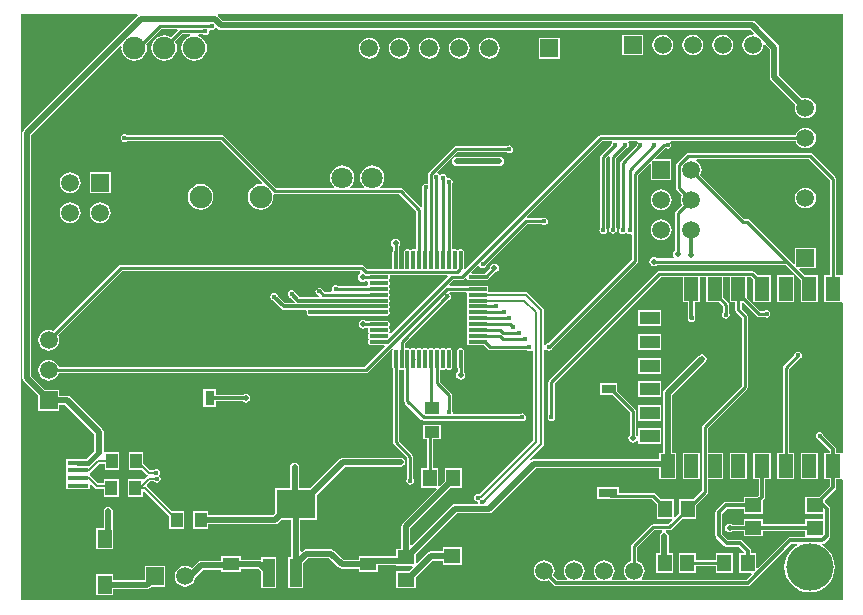
<source format=gtl>
G04*
G04 #@! TF.GenerationSoftware,Altium Limited,Altium Designer,18.1.6 (161)*
G04*
G04 Layer_Physical_Order=1*
G04 Layer_Color=255*
%FSLAX25Y25*%
%MOIN*%
G70*
G01*
G75*
%ADD14C,0.01000*%
%ADD18R,0.05512X0.04724*%
%ADD19R,0.05000X0.03937*%
%ADD20R,0.03937X0.05000*%
%ADD21R,0.04724X0.05512*%
%ADD22R,0.09843X0.05610*%
%ADD23R,0.06890X0.01575*%
%ADD24R,0.06299X0.03150*%
%ADD25R,0.04724X0.05906*%
%ADD26R,0.04724X0.03150*%
%ADD27R,0.04724X0.07874*%
%ADD28R,0.06693X0.04331*%
%ADD29R,0.05512X0.04331*%
%ADD30R,0.12992X0.09449*%
%ADD31R,0.03937X0.09449*%
G04:AMPARAMS|DCode=32|XSize=11.02mil|YSize=61.42mil|CornerRadius=2.76mil|HoleSize=0mil|Usage=FLASHONLY|Rotation=90.000|XOffset=0mil|YOffset=0mil|HoleType=Round|Shape=RoundedRectangle|*
%AMROUNDEDRECTD32*
21,1,0.01102,0.05591,0,0,90.0*
21,1,0.00551,0.06142,0,0,90.0*
1,1,0.00551,0.02795,0.00276*
1,1,0.00551,0.02795,-0.00276*
1,1,0.00551,-0.02795,-0.00276*
1,1,0.00551,-0.02795,0.00276*
%
%ADD32ROUNDEDRECTD32*%
G04:AMPARAMS|DCode=33|XSize=11.02mil|YSize=61.42mil|CornerRadius=2.76mil|HoleSize=0mil|Usage=FLASHONLY|Rotation=0.000|XOffset=0mil|YOffset=0mil|HoleType=Round|Shape=RoundedRectangle|*
%AMROUNDEDRECTD33*
21,1,0.01102,0.05591,0,0,0.0*
21,1,0.00551,0.06142,0,0,0.0*
1,1,0.00551,0.00276,-0.02795*
1,1,0.00551,-0.00276,-0.02795*
1,1,0.00551,-0.00276,0.02795*
1,1,0.00551,0.00276,0.02795*
%
%ADD33ROUNDEDRECTD33*%
%ADD34R,0.03150X0.04724*%
%ADD60C,0.02000*%
%ADD61C,0.00800*%
%ADD62C,0.01500*%
%ADD63C,0.01181*%
%ADD64O,0.09449X0.04724*%
%ADD65O,0.05748X0.02874*%
%ADD66C,0.05906*%
%ADD67R,0.05906X0.05906*%
%ADD68R,0.05906X0.05906*%
%ADD69C,0.07500*%
%ADD70C,0.07087*%
%ADD71R,0.07500X0.07500*%
%ADD72C,0.02000*%
%ADD73C,0.01500*%
%ADD74C,0.15748*%
G36*
X274824Y109288D02*
X274417Y109063D01*
X274324Y109063D01*
X272661D01*
Y141225D01*
X272583Y141615D01*
X272362Y141946D01*
X264770Y149538D01*
X264439Y149759D01*
X264049Y149836D01*
X223219D01*
X222829Y149759D01*
X222498Y149538D01*
X219598Y146638D01*
X219377Y146307D01*
X219299Y145917D01*
Y138232D01*
X219377Y137842D01*
X219598Y137511D01*
X221207Y135903D01*
X220908Y135181D01*
X220789Y134280D01*
X220908Y133378D01*
X221207Y132657D01*
X219097Y130547D01*
X218876Y130216D01*
X218799Y129826D01*
Y117394D01*
X218675Y117311D01*
X218344Y116815D01*
X218227Y116230D01*
X218344Y115644D01*
X218623Y115227D01*
X218534Y114927D01*
X218406Y114727D01*
X213064D01*
X213023Y114788D01*
X212526Y115120D01*
X211941Y115236D01*
X211356Y115120D01*
X210860Y114788D01*
X210528Y114292D01*
X210412Y113707D01*
X210528Y113122D01*
X210860Y112626D01*
X211356Y112294D01*
X211941Y112178D01*
X212526Y112294D01*
X213023Y112626D01*
X213064Y112687D01*
X255753D01*
X260819Y107621D01*
Y100189D01*
X266543D01*
Y109063D01*
X262261D01*
X260374Y110949D01*
X260566Y111411D01*
X265865D01*
Y118317D01*
X258959D01*
Y113018D01*
X258497Y112827D01*
X256896Y114428D01*
X243585Y127739D01*
X243254Y127960D01*
X242864Y128037D01*
X241956D01*
X227337Y142657D01*
X227636Y143378D01*
X227754Y144280D01*
X227636Y145181D01*
X227288Y146021D01*
X226734Y146742D01*
X226013Y147295D01*
X226009Y147297D01*
X226108Y147797D01*
X263627D01*
X270622Y140802D01*
Y109063D01*
X268693D01*
Y100189D01*
X274324D01*
X274417Y100189D01*
X274824Y99964D01*
Y50233D01*
X274417Y50008D01*
X274324Y50008D01*
X272667D01*
Y51145D01*
X272667Y51145D01*
X272582Y51570D01*
X272341Y51931D01*
X272341Y51931D01*
X268339Y55934D01*
X268316Y56050D01*
X268039Y56463D01*
X267626Y56739D01*
X267138Y56836D01*
X266651Y56739D01*
X266237Y56463D01*
X265961Y56050D01*
X265864Y55562D01*
X265961Y55074D01*
X266237Y54661D01*
X266651Y54384D01*
X266766Y54361D01*
X270443Y50684D01*
Y50008D01*
X268693D01*
Y41134D01*
X270443D01*
Y38864D01*
X266891Y35312D01*
X262346D01*
Y29587D01*
X268336D01*
Y27831D01*
X262346D01*
Y26081D01*
X248269D01*
Y27831D01*
X241757D01*
Y26021D01*
X238128D01*
X237677Y26322D01*
X237092Y26439D01*
X236507Y26322D01*
X236011Y25991D01*
X235679Y25495D01*
X235563Y24909D01*
X235679Y24324D01*
X236011Y23828D01*
X236507Y23496D01*
X237092Y23380D01*
X237677Y23496D01*
X238128Y23797D01*
X241757D01*
Y22107D01*
X248269D01*
Y23857D01*
X262346D01*
Y22107D01*
X261936Y21888D01*
X257346D01*
X257346Y21888D01*
X256921Y21803D01*
X256560Y21562D01*
X256560Y21562D01*
X246473Y11475D01*
X246011Y11666D01*
Y16494D01*
X244261D01*
Y17289D01*
X244176Y17715D01*
X243935Y18075D01*
X243935Y18075D01*
X241489Y20522D01*
X241128Y20763D01*
X240702Y20847D01*
X240702Y20847D01*
X236635D01*
X234568Y22914D01*
Y29638D01*
X236267Y31337D01*
X241757D01*
Y29587D01*
X248269D01*
Y34133D01*
X248719Y34583D01*
X248719Y34583D01*
X248960Y34944D01*
X249045Y35370D01*
X249045Y35370D01*
Y41134D01*
X250795D01*
Y50008D01*
X245071D01*
Y41134D01*
X246821D01*
Y35830D01*
X246303Y35312D01*
X241757D01*
Y33561D01*
X235807D01*
X235807Y33561D01*
X235381Y33477D01*
X235020Y33236D01*
X235020Y33236D01*
X232670Y30885D01*
X232429Y30525D01*
X232344Y30099D01*
X232344Y30099D01*
Y22454D01*
X232344Y22454D01*
X232429Y22028D01*
X232670Y21667D01*
X235388Y18949D01*
X235749Y18708D01*
X236174Y18624D01*
X240242D01*
X241871Y16994D01*
X241664Y16494D01*
X240287D01*
Y9983D01*
X244327D01*
X244519Y9521D01*
X242697Y7699D01*
X207917D01*
X207819Y7988D01*
X207782Y8198D01*
X208311Y8889D01*
X208659Y9729D01*
X208778Y10630D01*
X208659Y11531D01*
X208311Y12371D01*
X207758Y13092D01*
X207036Y13646D01*
X206315Y13945D01*
Y18419D01*
X211955Y24059D01*
X214518D01*
X214606Y23559D01*
X214209Y23293D01*
X213877Y22797D01*
X213761Y22212D01*
Y16506D01*
X212642D01*
Y9994D01*
X218366D01*
Y16506D01*
X216820D01*
Y22212D01*
X216703Y22797D01*
X216371Y23293D01*
X215974Y23559D01*
X216062Y24059D01*
X216961D01*
X217352Y24136D01*
X217682Y24357D01*
X221284Y27959D01*
X225960D01*
Y32635D01*
X229544Y36219D01*
X229765Y36549D01*
X229842Y36940D01*
Y41134D01*
X235047D01*
Y50008D01*
X229842D01*
Y58058D01*
X242850Y71066D01*
X243071Y71397D01*
X243149Y71787D01*
Y95468D01*
X243071Y95858D01*
X242850Y96189D01*
X241079Y97961D01*
Y99949D01*
X241579Y100090D01*
X246155Y95514D01*
X246485Y95293D01*
X246876Y95215D01*
X248690D01*
X248926Y95057D01*
X249414Y94960D01*
X249901Y95057D01*
X250315Y95333D01*
X250591Y95747D01*
X250688Y96235D01*
X250591Y96722D01*
X250315Y97136D01*
X249901Y97412D01*
X249414Y97509D01*
X248926Y97412D01*
X248690Y97254D01*
X247298D01*
X242921Y101631D01*
Y108543D01*
X244148D01*
X245071Y107621D01*
Y100189D01*
X250795D01*
Y109063D01*
X246513D01*
X245292Y110284D01*
X244961Y110505D01*
X244571Y110583D01*
X213661D01*
X213270Y110505D01*
X212940Y110284D01*
X177019Y74363D01*
X176798Y74032D01*
X176720Y73642D01*
Y62580D01*
X176562Y62344D01*
X176465Y61856D01*
X176562Y61369D01*
X176839Y60955D01*
X177252Y60679D01*
X177740Y60582D01*
X178228Y60679D01*
X178641Y60955D01*
X178917Y61369D01*
X179014Y61856D01*
X178917Y62344D01*
X178760Y62580D01*
Y73220D01*
X214083Y108543D01*
X221449D01*
Y100189D01*
X223199D01*
Y95003D01*
X223170Y94857D01*
X223267Y94369D01*
X223543Y93956D01*
X223957Y93679D01*
X224445Y93582D01*
X224932Y93679D01*
X225346Y93956D01*
X225622Y94369D01*
X225719Y94857D01*
X225622Y95345D01*
X225423Y95643D01*
Y100189D01*
X227173D01*
Y108543D01*
X229323D01*
Y100189D01*
X233605D01*
X234869Y98925D01*
Y96677D01*
X234711Y96441D01*
X234614Y95953D01*
X234711Y95465D01*
X234987Y95052D01*
X235401Y94775D01*
X235889Y94678D01*
X236376Y94775D01*
X236790Y95052D01*
X237066Y95465D01*
X237163Y95953D01*
X237066Y96441D01*
X236908Y96677D01*
Y99348D01*
X236831Y99738D01*
X236610Y100069D01*
X235047Y101631D01*
Y108543D01*
X237197D01*
Y100189D01*
X239039D01*
Y97538D01*
X239117Y97148D01*
X239338Y96817D01*
X241110Y95046D01*
Y72209D01*
X228102Y59201D01*
X227881Y58871D01*
X227803Y58480D01*
Y37362D01*
X224912Y34471D01*
X220236D01*
Y29794D01*
X218942Y28501D01*
X218480Y28692D01*
Y34471D01*
X214197D01*
X212438Y36230D01*
X212108Y36451D01*
X211717Y36528D01*
X200160D01*
Y38658D01*
X192861D01*
Y34509D01*
X197487D01*
X197585Y34489D01*
X211295D01*
X212755Y33029D01*
Y27959D01*
X217747D01*
X217938Y27497D01*
X216539Y26098D01*
X211532D01*
X211142Y26020D01*
X210811Y25799D01*
X204574Y19562D01*
X204353Y19231D01*
X204276Y18841D01*
Y13945D01*
X203554Y13646D01*
X202833Y13092D01*
X202279Y12371D01*
X201931Y11531D01*
X201813Y10630D01*
X201931Y9729D01*
X202279Y8889D01*
X202809Y8198D01*
X202772Y7988D01*
X202674Y7699D01*
X197917D01*
X197819Y7988D01*
X197782Y8198D01*
X198311Y8889D01*
X198659Y9729D01*
X198778Y10630D01*
X198659Y11531D01*
X198311Y12371D01*
X197758Y13092D01*
X197037Y13646D01*
X196197Y13994D01*
X195295Y14112D01*
X194394Y13994D01*
X193554Y13646D01*
X192833Y13092D01*
X192279Y12371D01*
X191931Y11531D01*
X191813Y10630D01*
X191931Y9729D01*
X192279Y8889D01*
X192809Y8198D01*
X192772Y7988D01*
X192674Y7699D01*
X187917D01*
X187819Y7988D01*
X187782Y8198D01*
X188311Y8889D01*
X188659Y9729D01*
X188778Y10630D01*
X188659Y11531D01*
X188311Y12371D01*
X187758Y13092D01*
X187037Y13646D01*
X186197Y13994D01*
X185295Y14112D01*
X184394Y13994D01*
X183554Y13646D01*
X182833Y13092D01*
X182279Y12371D01*
X181931Y11531D01*
X181813Y10630D01*
X181931Y9729D01*
X182279Y8889D01*
X182809Y8198D01*
X182772Y7988D01*
X182674Y7699D01*
X179799D01*
X178399Y9099D01*
X178659Y9729D01*
X178778Y10630D01*
X178659Y11531D01*
X178311Y12371D01*
X177758Y13092D01*
X177037Y13646D01*
X176197Y13994D01*
X175295Y14112D01*
X174394Y13994D01*
X173554Y13646D01*
X172833Y13092D01*
X172279Y12371D01*
X171931Y11531D01*
X171813Y10630D01*
X171931Y9729D01*
X172279Y8889D01*
X172833Y8167D01*
X173554Y7614D01*
X174394Y7266D01*
X175295Y7147D01*
X176197Y7266D01*
X176826Y7527D01*
X178552Y5800D01*
X178552Y5800D01*
X178913Y5559D01*
X179339Y5475D01*
X243157D01*
X243157Y5475D01*
X243583Y5559D01*
X243944Y5800D01*
X257807Y19664D01*
X259646D01*
X259771Y19164D01*
X259105Y18808D01*
X257830Y17761D01*
X256783Y16486D01*
X256006Y15031D01*
X255527Y13453D01*
X255365Y11811D01*
X255527Y10169D01*
X256006Y8591D01*
X256783Y7136D01*
X257830Y5861D01*
X259105Y4815D01*
X260559Y4037D01*
X262138Y3558D01*
X263779Y3396D01*
X265421Y3558D01*
X267000Y4037D01*
X268454Y4815D01*
X269729Y5861D01*
X270776Y7136D01*
X271553Y8591D01*
X272032Y10169D01*
X272194Y11811D01*
X272032Y13453D01*
X271553Y15031D01*
X270776Y16486D01*
X269729Y17761D01*
X268454Y18808D01*
X267869Y19121D01*
X267994Y19621D01*
X268025D01*
X268025Y19621D01*
X268451Y19705D01*
X268811Y19946D01*
X270234Y21369D01*
X270475Y21730D01*
X270560Y22155D01*
Y31304D01*
X270475Y31730D01*
X270234Y32091D01*
X270234Y32091D01*
X269089Y33236D01*
X268857Y33391D01*
Y34133D01*
X272341Y37617D01*
X272341Y37617D01*
X272582Y37978D01*
X272667Y38403D01*
Y41134D01*
X274324D01*
X274417Y41134D01*
X274824Y40909D01*
Y765D01*
X766D01*
Y196085D01*
X39665D01*
X39817Y195585D01*
X39733Y195529D01*
X1768Y157564D01*
X1436Y157067D01*
X1320Y156482D01*
Y74826D01*
X1436Y74241D01*
X1768Y73745D01*
X6724Y68789D01*
Y64046D01*
X13630D01*
Y65969D01*
X15701D01*
X25370Y56300D01*
Y50429D01*
X22910Y47969D01*
X16040D01*
Y45394D01*
Y42835D01*
Y40276D01*
Y37717D01*
X23930D01*
Y39247D01*
X24392Y39438D01*
X25675Y38155D01*
X25973Y37956D01*
X26324Y37886D01*
X28513D01*
Y35314D01*
X33450D01*
Y41314D01*
X28513D01*
Y39721D01*
X26704D01*
X24305Y42120D01*
X24007Y42319D01*
X23930Y42335D01*
Y43341D01*
X23981Y43352D01*
X24279Y43551D01*
X26936Y46207D01*
X28760D01*
Y44304D01*
X33697D01*
Y50304D01*
X28760D01*
X28429Y50667D01*
Y56934D01*
X28312Y57519D01*
X27981Y58015D01*
X17416Y68580D01*
X16919Y68912D01*
X16334Y69028D01*
X13630D01*
Y70952D01*
X8887D01*
X4378Y75460D01*
Y155849D01*
X33975Y185445D01*
X34449Y185212D01*
X34408Y184903D01*
X34554Y183794D01*
X34982Y182760D01*
X35664Y181872D01*
X36551Y181191D01*
X37585Y180763D01*
X38695Y180616D01*
X39804Y180763D01*
X40838Y181191D01*
X41726Y181872D01*
X42407Y182760D01*
X42835Y183794D01*
X42981Y184903D01*
X42835Y186013D01*
X42725Y186279D01*
X47797Y191351D01*
X52993D01*
X53201Y190851D01*
X50910Y188560D01*
X50838Y188616D01*
X49804Y189044D01*
X48695Y189190D01*
X47585Y189044D01*
X46551Y188616D01*
X45664Y187934D01*
X44982Y187046D01*
X44554Y186013D01*
X44408Y184903D01*
X44554Y183794D01*
X44982Y182760D01*
X45664Y181872D01*
X46551Y181191D01*
X47585Y180763D01*
X48695Y180616D01*
X49804Y180763D01*
X50838Y181191D01*
X51726Y181872D01*
X52407Y182760D01*
X52835Y183794D01*
X52981Y184903D01*
X52835Y186013D01*
X52407Y187046D01*
X52352Y187118D01*
X54671Y189437D01*
X57229D01*
X57328Y188937D01*
X56551Y188616D01*
X55664Y187934D01*
X54982Y187046D01*
X54554Y186013D01*
X54408Y184903D01*
X54554Y183794D01*
X54982Y182760D01*
X55664Y181872D01*
X56551Y181191D01*
X57585Y180763D01*
X58695Y180616D01*
X59804Y180763D01*
X60838Y181191D01*
X61726Y181872D01*
X62407Y182760D01*
X62835Y183794D01*
X62981Y184903D01*
X62835Y186013D01*
X62407Y187046D01*
X61726Y187934D01*
X60838Y188616D01*
X60061Y188937D01*
X60160Y189437D01*
X61598D01*
X61834Y189279D01*
X62322Y189182D01*
X62809Y189279D01*
X63223Y189556D01*
X63499Y189969D01*
X63596Y190457D01*
X63549Y190694D01*
X63962Y191020D01*
X64450Y190923D01*
X64937Y191020D01*
X65351Y191296D01*
X65531Y191567D01*
X66098Y191708D01*
X66505Y191300D01*
X67001Y190969D01*
X67586Y190852D01*
X244036D01*
X245079Y189809D01*
X244982Y189613D01*
X244815Y189366D01*
X243963Y189254D01*
X243123Y188906D01*
X242401Y188353D01*
X241848Y187632D01*
X241500Y186792D01*
X241381Y185890D01*
X241500Y184989D01*
X241848Y184149D01*
X242401Y183428D01*
X243123Y182874D01*
X243963Y182526D01*
X244864Y182408D01*
X245765Y182526D01*
X246605Y182874D01*
X247326Y183428D01*
X247880Y184149D01*
X248228Y184989D01*
X248340Y185841D01*
X248586Y186009D01*
X248783Y186106D01*
X250479Y184410D01*
Y175268D01*
X250595Y174683D01*
X250926Y174187D01*
X259136Y165977D01*
X259048Y165765D01*
X258929Y164864D01*
X259048Y163963D01*
X259396Y163123D01*
X259949Y162401D01*
X260671Y161848D01*
X261511Y161500D01*
X262412Y161381D01*
X263313Y161500D01*
X264153Y161848D01*
X264875Y162401D01*
X265428Y163123D01*
X265776Y163963D01*
X265895Y164864D01*
X265776Y165765D01*
X265428Y166605D01*
X264875Y167326D01*
X264153Y167880D01*
X263313Y168228D01*
X262412Y168347D01*
X261511Y168228D01*
X261299Y168140D01*
X253537Y175901D01*
Y185044D01*
X253421Y185629D01*
X253089Y186125D01*
X245751Y193463D01*
X245255Y193795D01*
X244670Y193911D01*
X68220D01*
X66602Y195529D01*
X66518Y195585D01*
X66669Y196085D01*
X274824D01*
Y109288D01*
D02*
G37*
%LPC*%
G36*
X208317Y189343D02*
X201411D01*
Y182438D01*
X208317D01*
Y189343D01*
D02*
G37*
G36*
X234864Y189373D02*
X233963Y189254D01*
X233123Y188906D01*
X232401Y188353D01*
X231848Y187632D01*
X231500Y186792D01*
X231381Y185890D01*
X231500Y184989D01*
X231848Y184149D01*
X232401Y183428D01*
X233123Y182874D01*
X233963Y182526D01*
X234864Y182408D01*
X235765Y182526D01*
X236605Y182874D01*
X237326Y183428D01*
X237880Y184149D01*
X238228Y184989D01*
X238346Y185890D01*
X238228Y186792D01*
X237880Y187632D01*
X237326Y188353D01*
X236605Y188906D01*
X235765Y189254D01*
X234864Y189373D01*
D02*
G37*
G36*
X224864D02*
X223963Y189254D01*
X223123Y188906D01*
X222401Y188353D01*
X221848Y187632D01*
X221500Y186792D01*
X221381Y185890D01*
X221500Y184989D01*
X221848Y184149D01*
X222401Y183428D01*
X223123Y182874D01*
X223963Y182526D01*
X224864Y182408D01*
X225765Y182526D01*
X226605Y182874D01*
X227326Y183428D01*
X227880Y184149D01*
X228228Y184989D01*
X228346Y185890D01*
X228228Y186792D01*
X227880Y187632D01*
X227326Y188353D01*
X226605Y188906D01*
X225765Y189254D01*
X224864Y189373D01*
D02*
G37*
G36*
X214864D02*
X213963Y189254D01*
X213123Y188906D01*
X212401Y188353D01*
X211848Y187632D01*
X211500Y186792D01*
X211381Y185890D01*
X211500Y184989D01*
X211848Y184149D01*
X212401Y183428D01*
X213123Y182874D01*
X213963Y182526D01*
X214864Y182408D01*
X215765Y182526D01*
X216605Y182874D01*
X217326Y183428D01*
X217880Y184149D01*
X218228Y184989D01*
X218346Y185890D01*
X218228Y186792D01*
X217880Y187632D01*
X217326Y188353D01*
X216605Y188906D01*
X215765Y189254D01*
X214864Y189373D01*
D02*
G37*
G36*
X180472Y188284D02*
X173567D01*
Y181378D01*
X180472D01*
Y188284D01*
D02*
G37*
G36*
X157020Y188313D02*
X156118Y188195D01*
X155278Y187847D01*
X154557Y187293D01*
X154004Y186572D01*
X153656Y185732D01*
X153537Y184831D01*
X153656Y183929D01*
X154004Y183089D01*
X154557Y182368D01*
X155278Y181815D01*
X156118Y181467D01*
X157020Y181348D01*
X157921Y181467D01*
X158761Y181815D01*
X159482Y182368D01*
X160036Y183089D01*
X160384Y183929D01*
X160502Y184831D01*
X160384Y185732D01*
X160036Y186572D01*
X159482Y187293D01*
X158761Y187847D01*
X157921Y188195D01*
X157020Y188313D01*
D02*
G37*
G36*
X147020D02*
X146118Y188195D01*
X145278Y187847D01*
X144557Y187293D01*
X144004Y186572D01*
X143656Y185732D01*
X143537Y184831D01*
X143656Y183929D01*
X144004Y183089D01*
X144557Y182368D01*
X145278Y181815D01*
X146118Y181467D01*
X147020Y181348D01*
X147921Y181467D01*
X148761Y181815D01*
X149482Y182368D01*
X150036Y183089D01*
X150384Y183929D01*
X150502Y184831D01*
X150384Y185732D01*
X150036Y186572D01*
X149482Y187293D01*
X148761Y187847D01*
X147921Y188195D01*
X147020Y188313D01*
D02*
G37*
G36*
X137020D02*
X136118Y188195D01*
X135278Y187847D01*
X134557Y187293D01*
X134004Y186572D01*
X133656Y185732D01*
X133537Y184831D01*
X133656Y183929D01*
X134004Y183089D01*
X134557Y182368D01*
X135278Y181815D01*
X136118Y181467D01*
X137020Y181348D01*
X137921Y181467D01*
X138761Y181815D01*
X139482Y182368D01*
X140036Y183089D01*
X140384Y183929D01*
X140502Y184831D01*
X140384Y185732D01*
X140036Y186572D01*
X139482Y187293D01*
X138761Y187847D01*
X137921Y188195D01*
X137020Y188313D01*
D02*
G37*
G36*
X127020D02*
X126118Y188195D01*
X125278Y187847D01*
X124557Y187293D01*
X124004Y186572D01*
X123656Y185732D01*
X123537Y184831D01*
X123656Y183929D01*
X124004Y183089D01*
X124557Y182368D01*
X125278Y181815D01*
X126118Y181467D01*
X127020Y181348D01*
X127921Y181467D01*
X128761Y181815D01*
X129482Y182368D01*
X130036Y183089D01*
X130384Y183929D01*
X130502Y184831D01*
X130384Y185732D01*
X130036Y186572D01*
X129482Y187293D01*
X128761Y187847D01*
X127921Y188195D01*
X127020Y188313D01*
D02*
G37*
G36*
X117020D02*
X116118Y188195D01*
X115278Y187847D01*
X114557Y187293D01*
X114004Y186572D01*
X113656Y185732D01*
X113537Y184831D01*
X113656Y183929D01*
X114004Y183089D01*
X114557Y182368D01*
X115278Y181815D01*
X116118Y181467D01*
X117020Y181348D01*
X117921Y181467D01*
X118761Y181815D01*
X119482Y182368D01*
X120036Y183089D01*
X120384Y183929D01*
X120502Y184831D01*
X120384Y185732D01*
X120036Y186572D01*
X119482Y187293D01*
X118761Y187847D01*
X117921Y188195D01*
X117020Y188313D01*
D02*
G37*
G36*
X262412Y158346D02*
X261511Y158228D01*
X260671Y157880D01*
X259949Y157326D01*
X259396Y156605D01*
X259097Y155884D01*
X194224D01*
X193834Y155806D01*
X193503Y155585D01*
X148967Y111049D01*
X148507Y111295D01*
X148527Y111398D01*
Y116988D01*
X148467Y117291D01*
X148295Y117547D01*
X148039Y117719D01*
X147736Y117779D01*
X147185D01*
X146882Y117719D01*
X146835Y117687D01*
X146476Y117588D01*
X146118Y117687D01*
X146070Y117719D01*
X145768Y117779D01*
X145217D01*
X145028Y117742D01*
X144663Y117943D01*
X144528Y118062D01*
Y139566D01*
X144686Y139803D01*
X144783Y140290D01*
X144686Y140778D01*
X144410Y141191D01*
X143996Y141468D01*
X143509Y141565D01*
X143307Y141525D01*
X142972Y141548D01*
X142764Y141888D01*
X142733Y142046D01*
X142456Y142459D01*
X142043Y142736D01*
X141555Y142833D01*
X141067Y142736D01*
X140916Y142634D01*
X140275Y142697D01*
X140230Y142725D01*
X139859Y142974D01*
X139830Y142979D01*
X139666Y143522D01*
X146358Y150214D01*
X162822D01*
X162822Y150214D01*
X163236Y149938D01*
X163724Y149841D01*
X164211Y149938D01*
X164625Y150214D01*
X164901Y150627D01*
X164998Y151115D01*
X164901Y151603D01*
X164625Y152016D01*
X164211Y152293D01*
X163724Y152390D01*
X163236Y152293D01*
X163177Y152253D01*
X145936D01*
X145545Y152176D01*
X145215Y151955D01*
X136897Y143637D01*
X136676Y143307D01*
X136599Y142916D01*
Y139893D01*
X136099Y139603D01*
X135756Y139671D01*
X135269Y139574D01*
X134855Y139298D01*
X134579Y138884D01*
X134482Y138397D01*
X134579Y137909D01*
X134681Y137756D01*
Y132074D01*
X134181Y131867D01*
X128210Y137838D01*
X127880Y138058D01*
X127489Y138136D01*
X120792D01*
X120632Y138610D01*
X120849Y138776D01*
X121497Y139621D01*
X121904Y140604D01*
X122043Y141660D01*
X121904Y142715D01*
X121497Y143699D01*
X120849Y144544D01*
X120004Y145192D01*
X119020Y145599D01*
X117965Y145738D01*
X116909Y145599D01*
X115926Y145192D01*
X115081Y144544D01*
X114433Y143699D01*
X114026Y142715D01*
X113887Y141660D01*
X114026Y140604D01*
X114433Y139621D01*
X115081Y138776D01*
X115298Y138610D01*
X115138Y138136D01*
X110792D01*
X110632Y138610D01*
X110849Y138776D01*
X111497Y139621D01*
X111904Y140604D01*
X112043Y141660D01*
X111904Y142715D01*
X111497Y143699D01*
X110849Y144544D01*
X110004Y145192D01*
X109020Y145599D01*
X107965Y145738D01*
X106909Y145599D01*
X105926Y145192D01*
X105081Y144544D01*
X104433Y143699D01*
X104026Y142715D01*
X103887Y141660D01*
X104026Y140604D01*
X104433Y139621D01*
X105081Y138776D01*
X105298Y138610D01*
X105138Y138136D01*
X86076D01*
X68611Y155601D01*
X68280Y155822D01*
X67890Y155900D01*
X36132D01*
X35895Y156058D01*
X35408Y156155D01*
X34920Y156058D01*
X34506Y155781D01*
X34230Y155368D01*
X34133Y154880D01*
X34230Y154393D01*
X34506Y153979D01*
X34920Y153703D01*
X35408Y153606D01*
X35895Y153703D01*
X36132Y153861D01*
X67467D01*
X81344Y139984D01*
X81111Y139510D01*
X80786Y139553D01*
X79677Y139407D01*
X78643Y138979D01*
X77755Y138297D01*
X77074Y137409D01*
X76645Y136376D01*
X76499Y135266D01*
X76645Y134157D01*
X77074Y133123D01*
X77755Y132235D01*
X78643Y131554D01*
X79677Y131126D01*
X80786Y130980D01*
X81896Y131126D01*
X82929Y131554D01*
X83817Y132235D01*
X84499Y133123D01*
X84927Y134157D01*
X85073Y135266D01*
X85009Y135754D01*
X85055Y135831D01*
X85463Y136135D01*
X85653Y136097D01*
X127067D01*
X132661Y130502D01*
Y118072D01*
X132544Y117960D01*
X132161Y117745D01*
X131988Y117779D01*
X131437D01*
X131134Y117719D01*
X131087Y117687D01*
X130728Y117588D01*
X130370Y117687D01*
X130322Y117719D01*
X130020Y117779D01*
X129469D01*
X129166Y117719D01*
X128909Y117547D01*
X128738Y117291D01*
X128678Y116988D01*
Y111398D01*
X128468Y111142D01*
X127084D01*
X126874Y111398D01*
Y116988D01*
X126830Y117208D01*
Y118592D01*
X126895Y118636D01*
X127226Y119132D01*
X127343Y119717D01*
X127226Y120302D01*
X126895Y120798D01*
X126399Y121130D01*
X125813Y121246D01*
X125228Y121130D01*
X124732Y120798D01*
X124400Y120302D01*
X124284Y119717D01*
X124400Y119132D01*
X124732Y118636D01*
X124791Y118596D01*
Y117239D01*
X124741Y116988D01*
Y114215D01*
X124736Y114193D01*
X124741Y114171D01*
Y111398D01*
X124531Y111142D01*
X116393D01*
X115371Y112164D01*
X115040Y112385D01*
X114650Y112462D01*
X34121D01*
X33730Y112385D01*
X33400Y112164D01*
X11800Y90564D01*
X11078Y90863D01*
X10177Y90981D01*
X9275Y90863D01*
X8435Y90515D01*
X7714Y89961D01*
X7161Y89240D01*
X6813Y88400D01*
X6694Y87499D01*
X6813Y86598D01*
X7161Y85758D01*
X7714Y85036D01*
X8435Y84483D01*
X9275Y84135D01*
X10177Y84016D01*
X11078Y84135D01*
X11918Y84483D01*
X12639Y85036D01*
X13193Y85758D01*
X13541Y86598D01*
X13659Y87499D01*
X13541Y88400D01*
X13242Y89122D01*
X34543Y110423D01*
X113795D01*
X113932Y110240D01*
X113815Y109596D01*
X113727Y109537D01*
X113396Y109041D01*
X113279Y108456D01*
X113396Y107871D01*
X113727Y107375D01*
X114223Y107043D01*
X114808Y106927D01*
X115394Y107043D01*
X115890Y107375D01*
X115923Y107378D01*
X116294Y107342D01*
X116598Y106907D01*
X116591Y106870D01*
Y106319D01*
X116622Y106161D01*
X116392Y105764D01*
X116287Y105661D01*
X106544D01*
X106284Y105835D01*
X105796Y105932D01*
X105309Y105835D01*
X104895Y105559D01*
X104619Y105145D01*
X104522Y104657D01*
X104619Y104170D01*
X104347Y103677D01*
X101997D01*
X101544Y104129D01*
X101522Y104239D01*
X101246Y104653D01*
X100833Y104929D01*
X100345Y105026D01*
X99857Y104929D01*
X99444Y104653D01*
X99167Y104239D01*
X99070Y103751D01*
X99167Y103264D01*
X99444Y102850D01*
X99857Y102574D01*
X100067Y102532D01*
X100208Y102301D01*
X99928Y101801D01*
X93769D01*
X92321Y103249D01*
X92298Y103364D01*
X92022Y103778D01*
X91608Y104054D01*
X91120Y104151D01*
X90633Y104054D01*
X90219Y103778D01*
X89943Y103364D01*
X89846Y102877D01*
X89943Y102389D01*
X90219Y101975D01*
X90633Y101699D01*
X90748Y101676D01*
X92092Y100332D01*
X91885Y99832D01*
X88976D01*
X86511Y102298D01*
X86488Y102413D01*
X86212Y102827D01*
X85798Y103103D01*
X85310Y103200D01*
X84823Y103103D01*
X84409Y102827D01*
X84133Y102413D01*
X84036Y101926D01*
X84133Y101438D01*
X84409Y101025D01*
X84823Y100748D01*
X84938Y100725D01*
X87730Y97934D01*
X88090Y97693D01*
X88516Y97609D01*
X95868D01*
X96151Y97109D01*
X96080Y96752D01*
X96177Y96264D01*
X96453Y95851D01*
X96867Y95574D01*
X97354Y95477D01*
X97842Y95574D01*
X97940Y95640D01*
X120177D01*
X120406Y95686D01*
X122972D01*
X123275Y95746D01*
X123532Y95917D01*
X123703Y96174D01*
X123763Y96476D01*
Y97028D01*
X123703Y97330D01*
X123671Y97378D01*
X123573Y97736D01*
X123671Y98095D01*
X123703Y98142D01*
X123763Y98445D01*
Y98996D01*
X123703Y99299D01*
X123671Y99346D01*
X123573Y99705D01*
X123671Y100063D01*
X123703Y100111D01*
X123763Y100413D01*
Y100965D01*
X123703Y101267D01*
X123671Y101315D01*
X123573Y101673D01*
X123671Y102032D01*
X123703Y102079D01*
X123763Y102382D01*
Y102933D01*
X123703Y103236D01*
X123671Y103283D01*
X123573Y103642D01*
X123671Y104000D01*
X123703Y104048D01*
X123763Y104350D01*
Y104902D01*
X123703Y105204D01*
X123671Y105252D01*
X123573Y105610D01*
X123671Y105969D01*
X123703Y106016D01*
X123763Y106319D01*
Y106870D01*
X123703Y107173D01*
X123671Y107220D01*
X123573Y107579D01*
X123671Y107937D01*
X123703Y107985D01*
X123763Y108287D01*
Y108839D01*
X123980Y109102D01*
X143028D01*
X143220Y108641D01*
X124398Y89818D01*
X123789Y89904D01*
X123651Y90145D01*
X123671Y90221D01*
X123703Y90268D01*
X123763Y90571D01*
Y91122D01*
X123703Y91425D01*
X123671Y91472D01*
X123573Y91831D01*
X123671Y92189D01*
X123703Y92237D01*
X123763Y92539D01*
Y93090D01*
X123703Y93393D01*
X123532Y93650D01*
X123275Y93821D01*
X122972Y93881D01*
X117382D01*
X117099Y93825D01*
X116106D01*
X116071Y93877D01*
X115575Y94209D01*
X114990Y94325D01*
X114404Y94209D01*
X113908Y93877D01*
X113577Y93381D01*
X113460Y92796D01*
X113577Y92211D01*
X113908Y91715D01*
X114404Y91383D01*
X114990Y91267D01*
X115575Y91383D01*
X115940Y91627D01*
X116416Y91530D01*
X116514Y91477D01*
X116624Y91286D01*
X116591Y91122D01*
Y90571D01*
X116651Y90268D01*
X116683Y90221D01*
X116782Y89862D01*
X116683Y89504D01*
X116651Y89456D01*
X116591Y89153D01*
Y88602D01*
X116651Y88300D01*
X116683Y88252D01*
X116782Y87894D01*
X116683Y87535D01*
X116651Y87488D01*
X116591Y87185D01*
Y86634D01*
X116651Y86331D01*
X116823Y86075D01*
X117079Y85903D01*
X117382Y85843D01*
X120139D01*
X120245Y85822D01*
X122022D01*
X122213Y85360D01*
X115372Y78518D01*
X13492D01*
X13193Y79240D01*
X12639Y79961D01*
X11918Y80515D01*
X11078Y80863D01*
X10177Y80981D01*
X9275Y80863D01*
X8435Y80515D01*
X7714Y79961D01*
X7161Y79240D01*
X6813Y78400D01*
X6694Y77499D01*
X6813Y76597D01*
X7161Y75758D01*
X7714Y75036D01*
X8435Y74483D01*
X9275Y74135D01*
X10177Y74016D01*
X11078Y74135D01*
X11918Y74483D01*
X12639Y75036D01*
X13193Y75758D01*
X13492Y76479D01*
X115794D01*
X116184Y76557D01*
X116515Y76778D01*
X124334Y84597D01*
X124774Y84383D01*
X124796Y84351D01*
X124741Y84075D01*
Y78484D01*
X124787Y78249D01*
Y53511D01*
X124865Y53121D01*
X125086Y52790D01*
X129666Y48210D01*
Y41295D01*
X129508Y41059D01*
X129411Y40571D01*
X129508Y40084D01*
X129784Y39670D01*
X130198Y39394D01*
X130685Y39297D01*
X131173Y39394D01*
X131587Y39670D01*
X131863Y40084D01*
X131960Y40571D01*
X131863Y41059D01*
X131705Y41295D01*
Y48633D01*
X131628Y49023D01*
X131406Y49354D01*
X126827Y53934D01*
Y77400D01*
X126944Y77512D01*
X127327Y77728D01*
X127500Y77693D01*
X128051D01*
X128225Y77728D01*
X128607Y77512D01*
X128725Y77400D01*
Y67063D01*
X128802Y66673D01*
X129023Y66342D01*
X134373Y60992D01*
X134704Y60771D01*
X135094Y60694D01*
X167306D01*
X167437Y60606D01*
X167925Y60509D01*
X168413Y60606D01*
X168826Y60882D01*
X169103Y61295D01*
X169200Y61783D01*
X169103Y62271D01*
X168826Y62684D01*
X168413Y62961D01*
X167925Y63058D01*
X167437Y62961D01*
X167096Y62733D01*
X145082D01*
X144740Y63233D01*
X144786Y63463D01*
X144689Y63951D01*
X144531Y64187D01*
Y69217D01*
X144453Y69607D01*
X144232Y69938D01*
X140606Y73564D01*
Y77400D01*
X140724Y77512D01*
X141106Y77728D01*
X141279Y77693D01*
X141831D01*
X142133Y77754D01*
X142181Y77785D01*
X142539Y77884D01*
X142898Y77785D01*
X142945Y77754D01*
X143248Y77693D01*
X143799D01*
X144102Y77754D01*
X144358Y77925D01*
X144530Y78182D01*
X144590Y78484D01*
Y84075D01*
X144530Y84377D01*
X144358Y84634D01*
X144102Y84805D01*
X143799Y84866D01*
X143248D01*
X142945Y84805D01*
X142898Y84774D01*
X142539Y84675D01*
X142181Y84774D01*
X142133Y84805D01*
X141831Y84866D01*
X141279D01*
X140977Y84805D01*
X140929Y84774D01*
X140571Y84675D01*
X140212Y84774D01*
X140165Y84805D01*
X139862Y84866D01*
X139311D01*
X139008Y84805D01*
X138961Y84774D01*
X138602Y84675D01*
X138244Y84774D01*
X138196Y84805D01*
X137894Y84866D01*
X137343D01*
X137040Y84805D01*
X136992Y84774D01*
X136634Y84675D01*
X136275Y84774D01*
X136228Y84805D01*
X135925Y84866D01*
X135374D01*
X135071Y84805D01*
X135024Y84774D01*
X134665Y84675D01*
X134307Y84774D01*
X134259Y84805D01*
X133957Y84866D01*
X133405D01*
X133103Y84805D01*
X133055Y84774D01*
X132697Y84675D01*
X132338Y84774D01*
X132291Y84805D01*
X131988Y84866D01*
X131437D01*
X131134Y84805D01*
X131087Y84774D01*
X130728Y84675D01*
X130370Y84774D01*
X130322Y84805D01*
X130020Y84866D01*
X129469D01*
X129295Y84831D01*
X128913Y85047D01*
X128795Y85159D01*
Y86480D01*
X143152Y100837D01*
X143431Y100892D01*
X143844Y101169D01*
X144121Y101582D01*
X144218Y102070D01*
X144121Y102557D01*
X143844Y102971D01*
X143641Y103106D01*
X143793Y103606D01*
X149211D01*
X149323Y103489D01*
X149539Y103106D01*
X149504Y102933D01*
Y102382D01*
X149565Y102079D01*
X149596Y102032D01*
X149695Y101673D01*
X149596Y101315D01*
X149565Y101267D01*
X149504Y100965D01*
Y100413D01*
X149565Y100111D01*
X149596Y100063D01*
X149695Y99705D01*
X149596Y99346D01*
X149565Y99299D01*
X149504Y98996D01*
Y98445D01*
X149565Y98142D01*
X149596Y98095D01*
X149695Y97736D01*
X149596Y97378D01*
X149565Y97330D01*
X149504Y97028D01*
Y96476D01*
X149565Y96174D01*
X149596Y96126D01*
X149695Y95768D01*
X149596Y95409D01*
X149565Y95362D01*
X149504Y95059D01*
Y94508D01*
X149565Y94205D01*
X149596Y94158D01*
X149695Y93799D01*
X149596Y93441D01*
X149565Y93393D01*
X149504Y93090D01*
Y92539D01*
X149565Y92237D01*
X149596Y92189D01*
X149695Y91831D01*
X149596Y91472D01*
X149565Y91425D01*
X149504Y91122D01*
Y90571D01*
X149565Y90268D01*
X149596Y90221D01*
X149695Y89862D01*
X149596Y89504D01*
X149565Y89456D01*
X149504Y89153D01*
Y88602D01*
X149565Y88300D01*
X149596Y88252D01*
X149695Y87894D01*
X149596Y87535D01*
X149565Y87488D01*
X149504Y87185D01*
Y86634D01*
X149565Y86331D01*
X149736Y86075D01*
X149993Y85903D01*
X150295Y85843D01*
X155235D01*
X156638Y84440D01*
X156968Y84219D01*
X157359Y84142D01*
X169636D01*
X169872Y83984D01*
X170360Y83887D01*
X170848Y83984D01*
X171105Y84156D01*
X171588Y83951D01*
X171605Y83934D01*
Y54033D01*
X153724Y36152D01*
X153646Y36204D01*
X153159Y36301D01*
X152671Y36204D01*
X152257Y35928D01*
X151981Y35514D01*
X151884Y35026D01*
X151981Y34539D01*
X152257Y34125D01*
X152671Y33849D01*
X152829Y33817D01*
X153067Y33713D01*
X153213Y33275D01*
X152921Y32856D01*
X145722D01*
X145136Y32739D01*
X144640Y32408D01*
X131168Y18935D01*
X130706Y19127D01*
Y24759D01*
X144307Y38360D01*
X147868D01*
Y44872D01*
X142144D01*
Y40523D01*
X140456Y38835D01*
X139994Y39026D01*
Y44872D01*
X138151D01*
Y54380D01*
X140842D01*
Y59317D01*
X134842D01*
Y54380D01*
X136112D01*
Y44872D01*
X134270D01*
Y38360D01*
X139327D01*
X139519Y37898D01*
X128095Y26474D01*
X127763Y25978D01*
X127647Y25392D01*
Y18037D01*
X125920D01*
Y15490D01*
X116720D01*
X116573Y15461D01*
X113465D01*
Y14325D01*
X108431D01*
X105410Y17345D01*
X104914Y17677D01*
X104329Y17793D01*
X95996D01*
X95411Y17677D01*
X94915Y17345D01*
X94519Y16950D01*
X94057Y17141D01*
Y27650D01*
X99524D01*
Y35936D01*
X108883Y45295D01*
X127433D01*
X128018Y45411D01*
X128514Y45743D01*
X128846Y46239D01*
X128962Y46824D01*
X128846Y47409D01*
X128514Y47906D01*
X128018Y48237D01*
X127433Y48354D01*
X108249D01*
X107664Y48237D01*
X107168Y47906D01*
X97361Y38098D01*
X93678D01*
Y45163D01*
X93562Y45749D01*
X93230Y46245D01*
X92734Y46576D01*
X92149Y46693D01*
X91563Y46576D01*
X91067Y46245D01*
X90736Y45749D01*
X90619Y45163D01*
Y38098D01*
X85532D01*
Y29812D01*
X84872Y29153D01*
X63347D01*
Y30624D01*
X58410D01*
Y24624D01*
X63347D01*
Y26094D01*
X85505D01*
X86091Y26211D01*
X86587Y26542D01*
X87694Y27650D01*
X90998D01*
Y15264D01*
X90059D01*
Y4815D01*
X94996D01*
Y13101D01*
X96630Y14734D01*
X103695D01*
X106716Y11714D01*
X107212Y11382D01*
X107797Y11266D01*
X113465D01*
Y10130D01*
X119976D01*
Y12431D01*
X125920D01*
Y12313D01*
X131372D01*
X131563Y11851D01*
X130269Y10557D01*
X125920D01*
Y4832D01*
X132432D01*
Y8394D01*
X138056Y14018D01*
X141429D01*
Y12685D01*
X147941D01*
Y18409D01*
X141429D01*
Y17077D01*
X137423D01*
X136838Y16960D01*
X136341Y16629D01*
X132894Y13182D01*
X132432Y13373D01*
Y15874D01*
X146355Y29797D01*
X156849D01*
X157434Y29913D01*
X157930Y30245D01*
X172532Y44846D01*
X213575D01*
Y41134D01*
X219299D01*
Y50008D01*
X217966D01*
Y69120D01*
X229042Y80195D01*
X229373Y80691D01*
X229489Y81276D01*
X229373Y81861D01*
X229042Y82358D01*
X228545Y82689D01*
X227960Y82806D01*
X227375Y82689D01*
X226879Y82358D01*
X215356Y70834D01*
X215024Y70338D01*
X214908Y69753D01*
Y50008D01*
X213575D01*
Y47905D01*
X171898D01*
X171313Y47789D01*
X171000Y47580D01*
X170681Y47968D01*
X174972Y52259D01*
X175171Y52556D01*
X175241Y52908D01*
Y84588D01*
X175437Y84656D01*
X175741Y84671D01*
X175968Y84330D01*
X176382Y84054D01*
X176870Y83957D01*
X177357Y84054D01*
X177771Y84330D01*
X178047Y84744D01*
X178103Y85023D01*
X206361Y113281D01*
X206582Y113612D01*
X206660Y114002D01*
Y142546D01*
X210357Y146243D01*
X210819Y146051D01*
Y140827D01*
X217724D01*
Y147732D01*
X212500D01*
X212309Y148194D01*
X215556Y151442D01*
X215834D01*
X215927Y151380D01*
X216415Y151283D01*
X216902Y151380D01*
X217316Y151656D01*
X217592Y152070D01*
X217689Y152557D01*
X217592Y153045D01*
X217392Y153344D01*
X217532Y153739D01*
X217614Y153844D01*
X259097D01*
X259396Y153123D01*
X259949Y152401D01*
X260671Y151848D01*
X261511Y151500D01*
X262412Y151381D01*
X263313Y151500D01*
X264153Y151848D01*
X264875Y152401D01*
X265428Y153123D01*
X265776Y153963D01*
X265895Y154864D01*
X265776Y155765D01*
X265428Y156605D01*
X264875Y157326D01*
X264153Y157880D01*
X263313Y158228D01*
X262412Y158346D01*
D02*
G37*
G36*
X160340Y148612D02*
X160326Y148610D01*
X146134D01*
X145549Y148493D01*
X145053Y148162D01*
X144721Y147666D01*
X144605Y147080D01*
X144721Y146495D01*
X145053Y145999D01*
X145549Y145667D01*
X146134Y145551D01*
X160337D01*
X160922Y145667D01*
X161418Y145999D01*
X161421Y146002D01*
X161753Y146498D01*
X161869Y147083D01*
X161753Y147668D01*
X161421Y148164D01*
X160925Y148496D01*
X160340Y148612D01*
D02*
G37*
G36*
X30755Y143450D02*
X23849D01*
Y136545D01*
X30755D01*
Y143450D01*
D02*
G37*
G36*
X17302Y143480D02*
X16401Y143361D01*
X15561Y143014D01*
X14839Y142460D01*
X14286Y141739D01*
X13938Y140899D01*
X13819Y139997D01*
X13938Y139096D01*
X14286Y138256D01*
X14839Y137535D01*
X15561Y136981D01*
X16401Y136634D01*
X17302Y136515D01*
X18203Y136634D01*
X19043Y136981D01*
X19764Y137535D01*
X20318Y138256D01*
X20666Y139096D01*
X20784Y139997D01*
X20666Y140899D01*
X20318Y141739D01*
X19764Y142460D01*
X19043Y143014D01*
X18203Y143361D01*
X17302Y143480D01*
D02*
G37*
G36*
X262412Y138347D02*
X261511Y138228D01*
X260671Y137880D01*
X259949Y137327D01*
X259396Y136605D01*
X259048Y135765D01*
X258929Y134864D01*
X259048Y133963D01*
X259396Y133123D01*
X259949Y132401D01*
X260671Y131848D01*
X261511Y131500D01*
X262412Y131381D01*
X263313Y131500D01*
X264153Y131848D01*
X264875Y132401D01*
X265428Y133123D01*
X265776Y133963D01*
X265895Y134864D01*
X265776Y135765D01*
X265428Y136605D01*
X264875Y137327D01*
X264153Y137880D01*
X263313Y138228D01*
X262412Y138347D01*
D02*
G37*
G36*
X60786Y139553D02*
X59677Y139407D01*
X58643Y138979D01*
X57755Y138297D01*
X57074Y137409D01*
X56646Y136376D01*
X56499Y135266D01*
X56646Y134157D01*
X57074Y133123D01*
X57755Y132235D01*
X58643Y131554D01*
X59677Y131126D01*
X60786Y130980D01*
X61896Y131126D01*
X62929Y131554D01*
X63817Y132235D01*
X64499Y133123D01*
X64927Y134157D01*
X65073Y135266D01*
X64927Y136376D01*
X64499Y137409D01*
X63817Y138297D01*
X62929Y138979D01*
X61896Y139407D01*
X60786Y139553D01*
D02*
G37*
G36*
X214272Y137762D02*
X213370Y137643D01*
X212530Y137295D01*
X211809Y136742D01*
X211256Y136021D01*
X210908Y135181D01*
X210789Y134280D01*
X210908Y133378D01*
X211256Y132538D01*
X211809Y131817D01*
X212530Y131264D01*
X213370Y130916D01*
X214272Y130797D01*
X215173Y130916D01*
X216013Y131264D01*
X216734Y131817D01*
X217288Y132538D01*
X217635Y133378D01*
X217754Y134280D01*
X217635Y135181D01*
X217288Y136021D01*
X216734Y136742D01*
X216013Y137295D01*
X215173Y137643D01*
X214272Y137762D01*
D02*
G37*
G36*
X27302Y133480D02*
X26401Y133361D01*
X25561Y133013D01*
X24839Y132460D01*
X24286Y131739D01*
X23938Y130899D01*
X23819Y129998D01*
X23938Y129096D01*
X24286Y128256D01*
X24839Y127535D01*
X25561Y126981D01*
X26401Y126634D01*
X27302Y126515D01*
X28203Y126634D01*
X29043Y126981D01*
X29764Y127535D01*
X30318Y128256D01*
X30666Y129096D01*
X30784Y129998D01*
X30666Y130899D01*
X30318Y131739D01*
X29764Y132460D01*
X29043Y133013D01*
X28203Y133361D01*
X27302Y133480D01*
D02*
G37*
G36*
X17302D02*
X16401Y133361D01*
X15561Y133013D01*
X14839Y132460D01*
X14286Y131739D01*
X13938Y130899D01*
X13819Y129998D01*
X13938Y129096D01*
X14286Y128256D01*
X14839Y127535D01*
X15561Y126981D01*
X16401Y126634D01*
X17302Y126515D01*
X18203Y126634D01*
X19043Y126981D01*
X19764Y127535D01*
X20318Y128256D01*
X20666Y129096D01*
X20784Y129998D01*
X20666Y130899D01*
X20318Y131739D01*
X19764Y132460D01*
X19043Y133013D01*
X18203Y133361D01*
X17302Y133480D01*
D02*
G37*
G36*
X214272Y127762D02*
X213370Y127643D01*
X212530Y127295D01*
X211809Y126742D01*
X211256Y126021D01*
X210908Y125181D01*
X210789Y124279D01*
X210908Y123378D01*
X211256Y122538D01*
X211809Y121817D01*
X212530Y121264D01*
X213370Y120916D01*
X214272Y120797D01*
X215173Y120916D01*
X216013Y121264D01*
X216734Y121817D01*
X217288Y122538D01*
X217635Y123378D01*
X217754Y124279D01*
X217635Y125181D01*
X217288Y126021D01*
X216734Y126742D01*
X216013Y127295D01*
X215173Y127643D01*
X214272Y127762D01*
D02*
G37*
G36*
X258669Y109063D02*
X252945D01*
Y100189D01*
X258669D01*
Y109063D01*
D02*
G37*
G36*
X214378Y97449D02*
X206685D01*
Y92118D01*
X214378D01*
Y97449D01*
D02*
G37*
G36*
Y89575D02*
X206685D01*
Y84244D01*
X214378D01*
Y89575D01*
D02*
G37*
G36*
Y81701D02*
X206685D01*
Y76370D01*
X214378D01*
Y81701D01*
D02*
G37*
G36*
X147736Y84866D02*
X147185D01*
X146882Y84805D01*
X146626Y84634D01*
X146454Y84377D01*
X146394Y84075D01*
Y78484D01*
X146454Y78182D01*
X146473Y78154D01*
Y77028D01*
X146379Y76966D01*
X146048Y76470D01*
X145931Y75884D01*
X146048Y75299D01*
X146379Y74803D01*
X146443Y74740D01*
X146939Y74408D01*
X147524Y74292D01*
X148109Y74408D01*
X148605Y74740D01*
X148937Y75236D01*
X149053Y75821D01*
X148937Y76406D01*
X148605Y76902D01*
X148542Y76966D01*
X148512Y76986D01*
Y78408D01*
X148527Y78484D01*
Y84075D01*
X148467Y84377D01*
X148295Y84634D01*
X148039Y84805D01*
X147736Y84866D01*
D02*
G37*
G36*
X214378Y73827D02*
X206685D01*
Y68496D01*
X214378D01*
Y73827D01*
D02*
G37*
G36*
X65854Y71071D02*
X61705D01*
Y65346D01*
X65854D01*
Y67097D01*
X74698D01*
X74704Y67088D01*
X75200Y66756D01*
X75785Y66640D01*
X76370Y66756D01*
X76867Y67088D01*
X77198Y67584D01*
X77315Y68169D01*
X77198Y68755D01*
X76867Y69251D01*
X76370Y69582D01*
X75785Y69699D01*
X75200Y69582D01*
X74808Y69321D01*
X65854D01*
Y71071D01*
D02*
G37*
G36*
X214378Y65953D02*
X206685D01*
Y60622D01*
X214378D01*
Y65953D01*
D02*
G37*
G36*
X199682Y73273D02*
X193958D01*
Y69123D01*
X198240D01*
X203816Y63547D01*
Y55959D01*
X203754Y55918D01*
X203423Y55422D01*
X203307Y54837D01*
X203423Y54251D01*
X203754Y53755D01*
X204251Y53424D01*
X204836Y53307D01*
X205421Y53424D01*
X205917Y53755D01*
X206185Y54156D01*
X206670Y54079D01*
X206685Y54073D01*
Y52748D01*
X214378D01*
Y58079D01*
X206685D01*
Y55601D01*
X206670Y55595D01*
X206185Y55517D01*
X205917Y55918D01*
X205855Y55959D01*
Y63969D01*
X205778Y64360D01*
X205557Y64691D01*
X199682Y70565D01*
Y73273D01*
D02*
G37*
G36*
X266543Y50008D02*
X260819D01*
Y41134D01*
X266543D01*
Y50008D01*
D02*
G37*
G36*
X259909Y83731D02*
X259422Y83634D01*
X259008Y83358D01*
X258732Y82944D01*
X258676Y82666D01*
X255086Y79075D01*
X254865Y78745D01*
X254787Y78354D01*
Y50008D01*
X252945D01*
Y41134D01*
X258669D01*
Y50008D01*
X256827D01*
Y77932D01*
X260118Y81224D01*
X260397Y81279D01*
X260810Y81555D01*
X261087Y81969D01*
X261184Y82457D01*
X261087Y82944D01*
X260810Y83358D01*
X260397Y83634D01*
X259909Y83731D01*
D02*
G37*
G36*
X242921Y50008D02*
X237197D01*
Y41134D01*
X242921D01*
Y50008D01*
D02*
G37*
G36*
X227173D02*
X221449D01*
Y41134D01*
X227173D01*
Y50008D01*
D02*
G37*
G36*
X41697Y50304D02*
X36760D01*
Y44304D01*
X41393D01*
X43014Y42683D01*
X43065Y42649D01*
X43082Y42465D01*
X43012Y42082D01*
X42813Y41949D01*
X41912Y41048D01*
X41450Y41240D01*
Y41314D01*
X36513D01*
Y35314D01*
X41450D01*
Y37052D01*
X41950Y37254D01*
X50410Y28794D01*
Y24624D01*
X55347D01*
Y30624D01*
X51176D01*
X42983Y38816D01*
X42897Y39438D01*
X43842Y40383D01*
X45266D01*
X45655Y40123D01*
X46143Y40026D01*
X46630Y40123D01*
X47044Y40399D01*
X47320Y40813D01*
X47417Y41300D01*
X47320Y41788D01*
X47175Y42005D01*
X47045Y42206D01*
X47121Y42751D01*
X47179Y42837D01*
X47276Y43325D01*
X47179Y43813D01*
X46902Y44226D01*
X46489Y44502D01*
X46001Y44599D01*
X45513Y44502D01*
X45125Y44242D01*
X44050D01*
X41697Y46595D01*
Y50304D01*
D02*
G37*
G36*
X29949Y32041D02*
X29364Y31925D01*
X28867Y31593D01*
X28536Y31097D01*
X28419Y30512D01*
Y24783D01*
X26007D01*
Y17877D01*
X31732D01*
Y24783D01*
X31478D01*
Y30512D01*
X31362Y31097D01*
X31030Y31593D01*
X30534Y31925D01*
X29949Y32041D01*
D02*
G37*
G36*
X74177Y15461D02*
X67666D01*
Y13911D01*
X60972D01*
X60387Y13795D01*
X59891Y13463D01*
X57833Y11406D01*
X57351Y11776D01*
X56512Y12124D01*
X55610Y12242D01*
X54709Y12124D01*
X53869Y11776D01*
X53148Y11222D01*
X52594Y10501D01*
X52246Y9661D01*
X52128Y8760D01*
X52246Y7858D01*
X52594Y7019D01*
X53148Y6297D01*
X53869Y5744D01*
X54709Y5396D01*
X55610Y5277D01*
X56512Y5396D01*
X57351Y5744D01*
X58073Y6297D01*
X58626Y7019D01*
X58974Y7858D01*
X59029Y8276D01*
X61606Y10853D01*
X67666D01*
Y10130D01*
X74177D01*
Y11266D01*
X80083D01*
X81004Y10345D01*
Y4815D01*
X85941D01*
Y15264D01*
X81004D01*
Y14561D01*
X80717Y14325D01*
X74177D01*
Y15461D01*
D02*
G37*
G36*
X225847Y16506D02*
X220122D01*
Y9994D01*
X225847D01*
Y12230D01*
X232413D01*
Y9983D01*
X238137D01*
Y16494D01*
X232413D01*
Y14269D01*
X225847D01*
Y16506D01*
D02*
G37*
G36*
X49063Y12213D02*
X42158D01*
Y7505D01*
X31732D01*
Y9428D01*
X26007D01*
Y2523D01*
X31732D01*
Y4446D01*
X42826D01*
X43411Y4563D01*
X43907Y4894D01*
X44320Y5307D01*
X49063D01*
Y12213D01*
D02*
G37*
%LPD*%
G36*
X206526Y153344D02*
X206491Y153321D01*
X206214Y152907D01*
X206159Y152629D01*
X200763Y147233D01*
X200542Y146902D01*
X200464Y146512D01*
Y124890D01*
X200306Y124653D01*
X200209Y124165D01*
X200306Y123678D01*
X200583Y123264D01*
X200996Y122988D01*
X201484Y122891D01*
X201972Y122988D01*
X202385Y123264D01*
X202392Y123275D01*
X202989Y123282D01*
X203403Y123006D01*
X203890Y122909D01*
X204121Y122955D01*
X204621Y122612D01*
Y114425D01*
X176661Y86465D01*
X176382Y86409D01*
X175968Y86133D01*
X175741Y85792D01*
X175437Y85807D01*
X175241Y85875D01*
Y97582D01*
X175171Y97933D01*
X174972Y98231D01*
X169981Y103222D01*
X169683Y103421D01*
X169332Y103491D01*
X156827D01*
X156581Y103986D01*
X156585Y104000D01*
X156616Y104048D01*
X156677Y104350D01*
Y104902D01*
X156616Y105204D01*
X156445Y105461D01*
X156188Y105632D01*
X155886Y105692D01*
X150295D01*
X150060Y105646D01*
X143762D01*
X143571Y106107D01*
X145066Y107603D01*
X147982D01*
X148373Y107680D01*
X148703Y107901D01*
X149020Y108217D01*
X149553Y108044D01*
X149565Y107985D01*
X149736Y107728D01*
X149993Y107557D01*
X150295Y107497D01*
X152957D01*
X153182Y107452D01*
X153407Y107497D01*
X155886D01*
X156188Y107557D01*
X156445Y107728D01*
X156577Y107925D01*
X158628Y109977D01*
X158701Y109962D01*
X159286Y110079D01*
X159783Y110410D01*
X160114Y110906D01*
X160231Y111492D01*
X160114Y112077D01*
X159783Y112573D01*
X159286Y112905D01*
X158701Y113021D01*
X158116Y112905D01*
X157620Y112573D01*
X157288Y112077D01*
X157172Y111492D01*
X157186Y111419D01*
X155397Y109629D01*
X151085D01*
X150894Y110091D01*
X153125Y112323D01*
X153669Y112159D01*
X153888Y111830D01*
X154302Y111554D01*
X154790Y111457D01*
X155277Y111554D01*
X155691Y111830D01*
X155967Y112244D01*
X156023Y112522D01*
X169612Y126111D01*
X174515D01*
X174752Y125954D01*
X175239Y125857D01*
X175727Y125954D01*
X176141Y126230D01*
X176417Y126643D01*
X176514Y127131D01*
X176417Y127619D01*
X176141Y128032D01*
X175727Y128309D01*
X175239Y128406D01*
X174752Y128309D01*
X174515Y128151D01*
X169660D01*
X169453Y128651D01*
X194647Y153844D01*
X197823D01*
X197965Y153507D01*
X198000Y153344D01*
X197744Y152961D01*
X197689Y152682D01*
X194233Y149227D01*
X194012Y148896D01*
X193935Y148506D01*
Y124890D01*
X193777Y124653D01*
X193680Y124165D01*
X193777Y123678D01*
X194053Y123264D01*
X194467Y122988D01*
X194954Y122891D01*
X195442Y122988D01*
X195855Y123264D01*
X196132Y123678D01*
X196229Y124165D01*
X196132Y124653D01*
X195974Y124890D01*
Y148084D01*
X196791Y148900D01*
X197251Y148654D01*
X197221Y148501D01*
Y125017D01*
X197063Y124781D01*
X196966Y124293D01*
X197063Y123806D01*
X197339Y123392D01*
X197753Y123116D01*
X198240Y123019D01*
X198728Y123116D01*
X199142Y123392D01*
X199418Y123806D01*
X199515Y124293D01*
X199418Y124781D01*
X199260Y125017D01*
Y148079D01*
X202566Y151384D01*
X202845Y151440D01*
X203258Y151716D01*
X203534Y152130D01*
X203631Y152617D01*
X203534Y153105D01*
X203374Y153344D01*
X203602Y153844D01*
X206374D01*
X206526Y153344D01*
D02*
G37*
D14*
X147461Y75884D02*
X147492Y75916D01*
X125756Y114193D02*
X125810Y114247D01*
X120075Y108512D02*
X120177Y108614D01*
X120245Y86842D02*
X123016D01*
X124248Y88074D01*
Y88227D01*
X144643Y108622D01*
X147982D01*
X120177Y86910D02*
X120245Y86842D01*
X143509Y114208D02*
Y140290D01*
Y114208D02*
X143524Y114193D01*
X143493Y139430D02*
Y139886D01*
X139371Y114409D02*
X139587Y114193D01*
X139371Y114409D02*
Y141796D01*
X141555Y114193D02*
Y141558D01*
X194224Y154864D02*
X262412D01*
X147982Y108622D02*
X194224Y154864D01*
X47338Y192370D02*
X64276D01*
X64450Y192197D01*
X47338Y192370D02*
X47356Y192352D01*
X39907Y184903D02*
X47356Y192352D01*
X38695Y184903D02*
X39907D01*
X194954Y124165D02*
Y148506D01*
X151282Y94784D02*
X163564D01*
X153095Y96748D02*
X153095Y96748D01*
X175374Y127131D02*
X175391Y127114D01*
X142927Y102053D02*
X143094D01*
X169189Y127131D02*
X175374D01*
X127776Y86902D02*
X142927Y102053D01*
X198240Y124293D02*
Y148501D01*
X201484Y146512D02*
X207392Y152420D01*
X205640Y114002D02*
Y142968D01*
X203890Y124183D02*
Y144299D01*
X154790Y112731D02*
X169189Y127131D01*
X127776Y81279D02*
Y86902D01*
X142769Y104626D02*
X153091D01*
X125748Y87606D02*
X142769Y104626D01*
X177740Y73642D02*
X213661Y109563D01*
X247933Y104626D02*
Y106201D01*
X168023Y61713D02*
X168076Y61767D01*
X135094Y61713D02*
X168023D01*
X129744Y67063D02*
X135094Y61713D01*
X129744Y67063D02*
Y81279D01*
X130685Y40571D02*
Y48633D01*
X125807Y53511D02*
X130685Y48633D01*
X125807Y53511D02*
Y81279D01*
X177740Y61856D02*
Y73642D01*
X176870Y85232D02*
X205640Y114002D01*
X244571Y109563D02*
X247933Y106201D01*
X213661Y109563D02*
X244571D01*
X256175Y113707D02*
X263681Y106201D01*
X242864Y127018D02*
X256175Y113707D01*
X211941D02*
X256175D01*
X219818Y116291D02*
Y129826D01*
X219757Y116230D02*
X219818Y116291D01*
X216319Y152462D02*
X216415Y152557D01*
X215134Y152462D02*
X216319D01*
X205640Y142968D02*
X215134Y152462D01*
X163564Y94784D02*
X163565Y94784D01*
X203890Y144299D02*
X212007Y152416D01*
X201484Y124165D02*
Y146512D01*
X198240Y148501D02*
X202357Y152617D01*
X194954Y148506D02*
X198922Y152473D01*
X153091Y88878D02*
X160564D01*
X145936Y151234D02*
X163488D01*
X137618Y142916D02*
X145936Y151234D01*
X264049Y148817D02*
X271641Y141225D01*
Y104712D02*
Y141225D01*
X271555Y104626D02*
X271641Y104712D01*
X153095Y96748D02*
X162022D01*
X153091Y96752D02*
X153095Y96748D01*
X153091Y98721D02*
X159324D01*
X153091Y92815D02*
X164010D01*
X164836Y91989D02*
X164971D01*
X164010Y92815D02*
X164836Y91989D01*
X161626Y89937D02*
X166868D01*
X160717Y90847D02*
X161626Y89937D01*
X153091Y90847D02*
X160717D01*
X161695Y87747D02*
X168813D01*
X160564Y88878D02*
X161695Y87747D01*
X155610Y86910D02*
X157359Y85161D01*
X153091Y86910D02*
X155610D01*
X157359Y85161D02*
X170360D01*
X114650Y111443D02*
X115971Y110122D01*
X34121Y111443D02*
X114650D01*
X10177Y87499D02*
X34121Y111443D01*
X137618Y114193D02*
Y142916D01*
X205295Y10630D02*
Y18841D01*
X211532Y25078D01*
X216961D01*
X223098Y31215D01*
X204836Y54837D02*
Y63969D01*
X197607Y71198D02*
X204836Y63969D01*
X196820Y71198D02*
X197607D01*
X219818Y129826D02*
X224272Y134280D01*
X220319Y145917D02*
X223219Y148817D01*
X264049D01*
X220319Y138232D02*
Y145917D01*
Y138232D02*
X224272Y134280D01*
X241534Y127018D02*
X242864D01*
X224272Y144280D02*
X241534Y127018D01*
X263681Y104626D02*
Y106201D01*
X215618Y31215D02*
Y31609D01*
X211717Y35509D02*
X215618Y31609D01*
X197585Y35509D02*
X211717D01*
X196511Y36584D02*
X197585Y35509D01*
X223098Y31215D02*
X228823Y36940D01*
Y58480D01*
X240059Y103051D02*
Y104626D01*
Y97538D02*
Y103051D01*
X228823Y58480D02*
X242129Y71787D01*
Y95468D01*
X240059Y97538D02*
X242129Y95468D01*
X240059Y103051D02*
X246876Y96235D01*
X249414D01*
X235264Y13250D02*
X235275Y13239D01*
X222984Y13250D02*
X235264D01*
X255807Y78354D02*
X259909Y82457D01*
X255807Y45571D02*
Y78354D01*
X235889Y95953D02*
Y99348D01*
X232185Y103051D02*
Y104626D01*
Y103051D02*
X235889Y99348D01*
X10177Y77499D02*
X115794D01*
X125748Y87453D01*
Y87606D01*
X135701Y114244D02*
Y138341D01*
X135756Y138397D01*
X135650Y114193D02*
X135701Y114244D01*
X48695Y184903D02*
X54248Y190457D01*
X62322D01*
X147409Y114142D02*
X147461Y114193D01*
X147409Y111235D02*
Y114142D01*
X115971Y110122D02*
X146296D01*
X147409Y111235D01*
X101574Y102657D02*
X120177D01*
X100480Y103751D02*
X101574Y102657D01*
X100345Y103751D02*
X100480D01*
X105796Y104657D02*
X105812Y104642D01*
X133681Y114193D02*
Y130925D01*
X127489Y137117D02*
X133681Y130925D01*
X85653Y137117D02*
X127489D01*
X35408Y154880D02*
X67890D01*
X85653Y137117D01*
X147492Y75916D02*
Y81248D01*
X137618Y65072D02*
Y81279D01*
X139587Y73142D02*
Y81279D01*
Y73142D02*
X143511Y69217D01*
Y63463D02*
Y69217D01*
X114990Y92796D02*
X114999Y92805D01*
X114808Y108456D02*
X114864Y108512D01*
X125810Y119714D02*
X125813Y119717D01*
X105812Y104642D02*
X120161D01*
X120177Y104626D01*
X125810Y114247D02*
Y119714D01*
X114864Y108512D02*
X120075D01*
X155772Y108563D02*
X158701Y111492D01*
X153091Y108563D02*
X155772D01*
X147461Y81280D02*
X147492Y81248D01*
X114999Y92805D02*
X120168D01*
X120177Y92815D01*
X137618Y65072D02*
X137842Y64848D01*
X137132Y56139D02*
X137842Y56848D01*
X137132Y41616D02*
Y56139D01*
X209350Y63287D02*
X210531D01*
X131713Y81279D02*
X131764Y81228D01*
X133681Y81279D02*
X133732Y81228D01*
X209350Y86910D02*
X210531D01*
X153091Y108563D02*
X153182Y108472D01*
D18*
X265601Y32449D02*
D03*
Y24969D02*
D03*
X245013Y32449D02*
D03*
Y24969D02*
D03*
X129176Y7694D02*
D03*
Y15175D02*
D03*
X144685Y7673D02*
D03*
Y15547D02*
D03*
D19*
X137842Y64848D02*
D03*
Y56848D02*
D03*
D20*
X52878Y27624D02*
D03*
X60878D02*
D03*
X30982Y38314D02*
D03*
X38982D02*
D03*
X39228Y47304D02*
D03*
X31228D02*
D03*
D21*
X223098Y31215D02*
D03*
X215618D02*
D03*
X215504Y13250D02*
D03*
X222984D02*
D03*
X235275Y13239D02*
D03*
X243149D02*
D03*
X137132Y41616D02*
D03*
X145006D02*
D03*
D22*
X7879Y37774D02*
D03*
Y45353D02*
D03*
D23*
X19985Y36445D02*
D03*
Y39004D02*
D03*
Y41563D02*
D03*
Y44122D02*
D03*
Y46681D02*
D03*
D24*
X168952Y36584D02*
D03*
X196511D02*
D03*
D25*
X28869Y21330D02*
D03*
Y5976D02*
D03*
D26*
X169261Y71198D02*
D03*
X196820D02*
D03*
D27*
X271555Y45571D02*
D03*
X263681D02*
D03*
X255807D02*
D03*
X247933D02*
D03*
X240059D02*
D03*
X232185D02*
D03*
X224311D02*
D03*
X216437D02*
D03*
Y104626D02*
D03*
X224311D02*
D03*
X232185D02*
D03*
X240059D02*
D03*
X247933D02*
D03*
X255807D02*
D03*
X263681D02*
D03*
X271555D02*
D03*
D28*
X210531Y55413D02*
D03*
Y63287D02*
D03*
Y71161D02*
D03*
Y79035D02*
D03*
Y86910D02*
D03*
Y94784D02*
D03*
D29*
X70921Y12795D02*
D03*
Y6890D02*
D03*
X116720D02*
D03*
Y12795D02*
D03*
D30*
X92528Y32874D02*
D03*
D31*
X83472Y10039D02*
D03*
X92528D02*
D03*
X101583D02*
D03*
D32*
X120177Y108563D02*
D03*
Y106595D02*
D03*
Y104626D02*
D03*
Y102657D02*
D03*
Y100689D02*
D03*
Y98721D02*
D03*
Y96752D02*
D03*
Y94784D02*
D03*
Y92815D02*
D03*
Y90847D02*
D03*
Y88878D02*
D03*
Y86910D02*
D03*
X153091D02*
D03*
Y88878D02*
D03*
Y90847D02*
D03*
Y92815D02*
D03*
Y94784D02*
D03*
Y96752D02*
D03*
Y98721D02*
D03*
Y100689D02*
D03*
Y102657D02*
D03*
Y104626D02*
D03*
Y106595D02*
D03*
Y108563D02*
D03*
D33*
X125807Y81279D02*
D03*
X127776D02*
D03*
X129744D02*
D03*
X131713D02*
D03*
X133681D02*
D03*
X135650D02*
D03*
X137618D02*
D03*
X139587D02*
D03*
X141555D02*
D03*
X143524D02*
D03*
X145492D02*
D03*
X147461D02*
D03*
Y114193D02*
D03*
X145492D02*
D03*
X143524D02*
D03*
X141555D02*
D03*
X139587D02*
D03*
X137618D02*
D03*
X135650D02*
D03*
X133681D02*
D03*
X131713D02*
D03*
X129744D02*
D03*
X127776D02*
D03*
X125807D02*
D03*
D34*
X63779Y68209D02*
D03*
Y95768D02*
D03*
D60*
X116720Y13961D02*
X127962D01*
X115555Y12795D02*
X116720Y13961D01*
X92528Y34547D02*
X95972D01*
X90756D02*
X92528D01*
X90756D02*
X92149Y35940D01*
X90756Y32874D02*
Y34547D01*
X65521Y194447D02*
X67586Y192382D01*
X2849Y156482D02*
X40814Y194447D01*
X65521D01*
X70508Y12382D02*
X70921Y12795D01*
X60972Y12382D02*
X70508D01*
X57350Y8760D02*
X60972Y12382D01*
X55610Y8760D02*
X57350D01*
X252008Y175268D02*
X262412Y164864D01*
X252008Y175268D02*
Y185044D01*
X244670Y192382D02*
X252008Y185044D01*
X67586Y192382D02*
X244670D01*
X171898Y46376D02*
X199337D01*
X156849Y31326D02*
X171898Y46376D01*
X146134Y147080D02*
X160337D01*
X160340Y147083D01*
X92528Y32874D02*
Y34547D01*
Y12795D02*
Y32874D01*
X215290Y13464D02*
X215504Y13250D01*
X215290Y13464D02*
Y22212D01*
X199337Y46376D02*
X215632D01*
X127962Y13961D02*
X129176Y15175D01*
X216437Y69753D02*
X227960Y81276D01*
X216437Y45571D02*
Y69753D01*
X215632Y46376D02*
X216437Y45571D01*
X145722Y31326D02*
X156849D01*
X129570Y15175D02*
X145722Y31326D01*
X129176Y15175D02*
X129570D01*
X137423Y15547D02*
X144386D01*
X2849Y74826D02*
Y156482D01*
Y74826D02*
X10177Y67499D01*
X147461Y75884D02*
X147524Y75821D01*
X26899Y50156D02*
Y56934D01*
X92528Y10039D02*
Y12795D01*
X85505Y27624D02*
X90756Y32874D01*
X60878Y27624D02*
X85505D01*
X80717Y12795D02*
X83472Y10039D01*
X70921Y12795D02*
X80717D01*
X104329Y16264D02*
X107797Y12795D01*
X92528D02*
X95996Y16264D01*
X104329D01*
X107797Y12795D02*
X115555D01*
X144386Y15547D02*
X144685Y15846D01*
X92149Y35940D02*
Y45163D01*
X145006Y41222D02*
Y41616D01*
X108249Y46824D02*
X127433D01*
X95972Y34547D02*
X108249Y46824D01*
X129176Y15175D02*
Y25392D01*
X145006Y41222D01*
X129570Y7694D02*
X137423Y15547D01*
X129176Y7694D02*
X129570D01*
X42826Y5976D02*
X45610Y8760D01*
X28869Y5976D02*
X42826D01*
X28869Y21330D02*
X29949Y22409D01*
Y30512D01*
X16334Y67499D02*
X26899Y56934D01*
X10177Y67499D02*
X16334D01*
D61*
X23630Y44199D02*
X26556Y47125D01*
X20062Y44199D02*
X23630D01*
X19985Y44122D02*
X20062Y44199D01*
X26324Y38804D02*
X30492D01*
X23656Y41471D02*
X26324Y38804D01*
X20077Y41471D02*
X23656D01*
X19985Y41563D02*
X20077Y41471D01*
X154959Y33226D02*
X155492Y33760D01*
X40476Y38314D02*
X42188D01*
X38982D02*
X40476D01*
X43462Y41300D02*
X46143D01*
X40476Y38314D02*
X43462Y41300D01*
X43663Y43332D02*
X43674Y43342D01*
X39690Y47304D02*
X43663Y43332D01*
X39228Y47304D02*
X39690D01*
X43691Y43325D02*
X46001D01*
X43674Y43342D02*
X43691Y43325D01*
X30492Y38804D02*
X30982Y38314D01*
X26556Y47125D02*
X31049D01*
X31228Y47304D01*
X155492Y34077D02*
X174323Y52908D01*
X154132Y35262D02*
X172523Y53653D01*
Y96837D01*
X168691Y100668D02*
X172523Y96837D01*
X153111Y100668D02*
X168691D01*
X153091Y100689D02*
X153111Y100668D01*
X153890Y35262D02*
X154132D01*
X153788Y35160D02*
X153890Y35262D01*
X153293Y35160D02*
X153788D01*
X153159Y35026D02*
X153293Y35160D01*
X169332Y102573D02*
X174323Y97582D01*
X153175Y102573D02*
X169332D01*
X174323Y52908D02*
Y86057D01*
X153091Y102657D02*
X153175Y102573D01*
X155492Y33760D02*
Y34077D01*
X42188Y38314D02*
X52878Y27624D01*
X174323Y86057D02*
Y97582D01*
D62*
X23387Y46644D02*
X26899Y50156D01*
X20023Y46644D02*
X23387D01*
X19985Y46681D02*
X20023Y46644D01*
D63*
X224272Y115893D02*
X224277Y115887D01*
X224272Y115893D02*
Y124279D01*
X224311Y94990D02*
Y104626D01*
Y94990D02*
X224445Y94857D01*
X237092Y24909D02*
X244953D01*
X245013Y24969D01*
Y32449D02*
X247933Y35370D01*
Y45571D01*
X243149Y13239D02*
Y17289D01*
X240702Y19736D02*
X243149Y17289D01*
X236174Y19736D02*
X240702D01*
X233456Y22454D02*
X236174Y19736D01*
X233456Y22454D02*
Y30099D01*
X235807Y32449D01*
X245013D01*
X268303D02*
X269448Y31304D01*
X265601Y32449D02*
X268303D01*
X269448Y22155D02*
Y31304D01*
X268025Y20732D02*
X269448Y22155D01*
X267536Y20732D02*
X268025D01*
X267493Y20776D02*
X267536Y20732D01*
X179339Y6587D02*
X243157D01*
X257346Y20776D02*
X267493D01*
X243157Y6587D02*
X257346Y20776D01*
X175295Y10630D02*
X179339Y6587D01*
X245013Y24969D02*
X265601D01*
Y32449D02*
X271555Y38403D01*
Y45571D01*
X267138Y55562D02*
X271555Y51145D01*
Y45571D02*
Y51145D01*
X97354Y96752D02*
X120177D01*
X88516Y98721D02*
X120177D01*
X93308Y100689D02*
X120177D01*
X63779Y68209D02*
X75746D01*
X85310Y101926D02*
X88516Y98721D01*
X91120Y102877D02*
X93308Y100689D01*
X75746Y68209D02*
X75785Y68169D01*
X63779Y68209D02*
Y68996D01*
D64*
X8863Y30835D02*
D03*
Y52292D02*
D03*
D65*
X20792Y32016D02*
D03*
Y51111D02*
D03*
D66*
X224272Y124279D02*
D03*
X214272D02*
D03*
X224272Y134280D02*
D03*
X214272D02*
D03*
X224272Y144280D02*
D03*
X175295Y10630D02*
D03*
X185295D02*
D03*
X195295D02*
D03*
X205295D02*
D03*
X55610Y8760D02*
D03*
X10177Y97499D02*
D03*
Y87499D02*
D03*
Y77499D02*
D03*
X7302Y129998D02*
D03*
X17302D02*
D03*
X27302D02*
D03*
X7302Y139997D02*
D03*
X17302D02*
D03*
X262412Y164864D02*
D03*
Y154864D02*
D03*
Y144864D02*
D03*
Y134864D02*
D03*
Y124864D02*
D03*
X214864Y185890D02*
D03*
X224864D02*
D03*
X234864D02*
D03*
X244864D02*
D03*
X167020Y184831D02*
D03*
X157020D02*
D03*
X147020D02*
D03*
X137020D02*
D03*
X127020D02*
D03*
X117020D02*
D03*
X107020D02*
D03*
D67*
X214272Y144280D02*
D03*
X10177Y67499D02*
D03*
X262412Y114864D02*
D03*
D68*
X165295Y10630D02*
D03*
X45610Y8760D02*
D03*
X27302Y139997D02*
D03*
X204864Y185890D02*
D03*
X177020Y184831D02*
D03*
D69*
X60786Y135266D02*
D03*
X80786D02*
D03*
X38695Y184903D02*
D03*
X48695D02*
D03*
X58695D02*
D03*
D70*
X117965Y141660D02*
D03*
X107965D02*
D03*
D71*
X68695Y184903D02*
D03*
D72*
X272008Y174882D02*
D03*
X267008Y164882D02*
D03*
X272008Y154882D02*
D03*
Y94882D02*
D03*
Y74882D02*
D03*
Y54882D02*
D03*
Y34882D02*
D03*
X262008Y174882D02*
D03*
X257008Y144882D02*
D03*
Y124882D02*
D03*
X262008Y94882D02*
D03*
X257008Y84882D02*
D03*
X262008Y74882D02*
D03*
Y54882D02*
D03*
X257008Y4882D02*
D03*
X247008Y144882D02*
D03*
X252008Y134882D02*
D03*
Y94882D02*
D03*
Y74882D02*
D03*
Y54882D02*
D03*
Y34882D02*
D03*
X247008Y4882D02*
D03*
X242008Y174882D02*
D03*
X237008Y164882D02*
D03*
X242008Y134882D02*
D03*
X232008Y94882D02*
D03*
X227008Y84882D02*
D03*
X232008Y74882D02*
D03*
Y34882D02*
D03*
X227008Y24882D02*
D03*
X222008Y174882D02*
D03*
Y94882D02*
D03*
X217008Y84882D02*
D03*
X212008Y174882D02*
D03*
X207008Y164882D02*
D03*
Y24882D02*
D03*
X197008Y184882D02*
D03*
X202008Y94882D02*
D03*
Y74882D02*
D03*
Y14882D02*
D03*
X187008Y184882D02*
D03*
X192008Y114882D02*
D03*
Y74882D02*
D03*
Y54882D02*
D03*
Y14882D02*
D03*
X182008Y174882D02*
D03*
Y154882D02*
D03*
X177008Y144882D02*
D03*
X182008Y134882D02*
D03*
X177008Y124882D02*
D03*
X182008Y114882D02*
D03*
Y74882D02*
D03*
Y54882D02*
D03*
Y34882D02*
D03*
X177008Y24882D02*
D03*
X182008Y14882D02*
D03*
X177008Y4882D02*
D03*
X172008Y174882D02*
D03*
X167008Y144882D02*
D03*
X172008Y114882D02*
D03*
X167008Y64882D02*
D03*
Y24882D02*
D03*
X172008Y14882D02*
D03*
X167008Y4882D02*
D03*
X162008Y134882D02*
D03*
X157008Y124882D02*
D03*
X162008Y114882D02*
D03*
Y74882D02*
D03*
X157008Y64882D02*
D03*
X162008Y54882D02*
D03*
X157008Y44882D02*
D03*
Y24882D02*
D03*
Y4882D02*
D03*
X147008Y124882D02*
D03*
Y64882D02*
D03*
Y24882D02*
D03*
X152008Y14882D02*
D03*
X137008Y104882D02*
D03*
X142008Y94882D02*
D03*
Y74882D02*
D03*
Y54882D02*
D03*
X137008Y4882D02*
D03*
X132008Y174882D02*
D03*
X127008Y164882D02*
D03*
Y104882D02*
D03*
X132008Y54882D02*
D03*
X122008Y174882D02*
D03*
X117008Y164882D02*
D03*
X122008Y154882D02*
D03*
Y134882D02*
D03*
Y114882D02*
D03*
X117008Y64882D02*
D03*
X122008Y54882D02*
D03*
X117008Y24882D02*
D03*
X112008Y174882D02*
D03*
X107008Y164882D02*
D03*
X112008Y154882D02*
D03*
X107008Y124882D02*
D03*
Y84882D02*
D03*
Y64882D02*
D03*
X112008Y54882D02*
D03*
X107008Y24882D02*
D03*
Y4882D02*
D03*
X97008Y184882D02*
D03*
X102008Y174882D02*
D03*
X97008Y164882D02*
D03*
X102008Y154882D02*
D03*
X97008Y124882D02*
D03*
Y104882D02*
D03*
Y84882D02*
D03*
X102008Y74882D02*
D03*
X97008Y64882D02*
D03*
X102008Y54882D02*
D03*
X97008Y24882D02*
D03*
Y4882D02*
D03*
X87008Y184882D02*
D03*
X92008Y174882D02*
D03*
X87008Y164882D02*
D03*
X92008Y154882D02*
D03*
X87008Y144882D02*
D03*
X92008Y134882D02*
D03*
X87008Y124882D02*
D03*
X92008Y114882D02*
D03*
X87008Y104882D02*
D03*
Y84882D02*
D03*
Y64882D02*
D03*
Y24882D02*
D03*
Y4882D02*
D03*
X77008Y184882D02*
D03*
X82008Y174882D02*
D03*
X77008Y164882D02*
D03*
X82008Y154882D02*
D03*
X77008Y124882D02*
D03*
Y104882D02*
D03*
Y84882D02*
D03*
Y64882D02*
D03*
X82008Y34882D02*
D03*
X77008Y24882D02*
D03*
Y4882D02*
D03*
X72008Y174882D02*
D03*
X67008Y164882D02*
D03*
X72008Y154882D02*
D03*
X67008Y144882D02*
D03*
X72008Y134882D02*
D03*
X67008Y124882D02*
D03*
Y104882D02*
D03*
X72008Y94882D02*
D03*
X67008Y84882D02*
D03*
X72008Y74882D02*
D03*
Y54882D02*
D03*
Y34882D02*
D03*
X67008Y24882D02*
D03*
X62008Y174882D02*
D03*
X57008Y164882D02*
D03*
Y144882D02*
D03*
Y104882D02*
D03*
Y84882D02*
D03*
Y64882D02*
D03*
X62008Y54882D02*
D03*
Y34882D02*
D03*
X57008Y24882D02*
D03*
X52008Y174882D02*
D03*
X47008Y164882D02*
D03*
Y144882D02*
D03*
X52008Y134882D02*
D03*
X47008Y124882D02*
D03*
X52008Y114882D02*
D03*
X47008Y104882D02*
D03*
X52008Y94882D02*
D03*
Y74882D02*
D03*
X47008Y64882D02*
D03*
X52008Y54882D02*
D03*
Y34882D02*
D03*
X47008Y24882D02*
D03*
X52008Y14882D02*
D03*
X42008Y174882D02*
D03*
X37008Y164882D02*
D03*
Y144882D02*
D03*
X42008Y134882D02*
D03*
X37008Y124882D02*
D03*
Y104882D02*
D03*
Y84882D02*
D03*
X42008Y74882D02*
D03*
X37008Y64882D02*
D03*
X42008Y54882D02*
D03*
X37008Y24882D02*
D03*
X42008Y14882D02*
D03*
X27008Y184882D02*
D03*
X32008Y174882D02*
D03*
X27008Y164882D02*
D03*
Y144882D02*
D03*
X32008Y134882D02*
D03*
X27008Y124882D02*
D03*
X32008Y114882D02*
D03*
Y94882D02*
D03*
X27008Y84882D02*
D03*
X32008Y74882D02*
D03*
X27008Y64882D02*
D03*
X32008Y14882D02*
D03*
X17008Y164882D02*
D03*
X22008Y134882D02*
D03*
X17008Y104882D02*
D03*
X22008Y94882D02*
D03*
X17008Y84882D02*
D03*
X22008Y74882D02*
D03*
Y54882D02*
D03*
X17008Y24882D02*
D03*
X22008Y14882D02*
D03*
X12008Y174882D02*
D03*
X7008Y164882D02*
D03*
X12008Y154882D02*
D03*
X7008Y144882D02*
D03*
X12008Y134882D02*
D03*
X7008Y124882D02*
D03*
X12008Y114882D02*
D03*
X7008Y104882D02*
D03*
Y24882D02*
D03*
X211941Y113707D02*
D03*
X224277Y115887D02*
D03*
X219757Y116230D02*
D03*
X160340Y147083D02*
D03*
X146134Y147080D02*
D03*
X215290Y22212D02*
D03*
X237092Y24909D02*
D03*
X204836Y54837D02*
D03*
X227960Y81276D02*
D03*
X199337Y46376D02*
D03*
X92149Y45163D02*
D03*
X75785Y68169D02*
D03*
X125813Y119717D02*
D03*
X114808Y108456D02*
D03*
X158701Y111492D02*
D03*
X147524Y75821D02*
D03*
X114990Y92796D02*
D03*
X127433Y46824D02*
D03*
X29949Y30512D02*
D03*
X26899Y56934D02*
D03*
D73*
X143509Y140290D02*
D03*
X139371Y141796D02*
D03*
X46001Y43325D02*
D03*
X141555Y141558D02*
D03*
X64450Y192197D02*
D03*
X201484Y124165D02*
D03*
X198240Y124293D02*
D03*
X194954Y124165D02*
D03*
X175239Y127131D02*
D03*
X203890Y124183D02*
D03*
X154790Y112731D02*
D03*
X142943Y102070D02*
D03*
X177740Y61856D02*
D03*
X167925Y61783D02*
D03*
X176870Y85232D02*
D03*
X216415Y152557D02*
D03*
X212007Y152416D02*
D03*
X207392Y152420D02*
D03*
X202357Y152617D02*
D03*
X198922Y152473D02*
D03*
X168813Y87747D02*
D03*
X130685Y40571D02*
D03*
X163724Y151115D02*
D03*
X224445Y94857D02*
D03*
X162022Y96748D02*
D03*
X163565Y94784D02*
D03*
X159324Y98721D02*
D03*
X164971Y91989D02*
D03*
X166868Y89937D02*
D03*
X170360Y85161D02*
D03*
X249414Y96235D02*
D03*
X259909Y82457D02*
D03*
X267138Y55562D02*
D03*
X235889Y95953D02*
D03*
X154573Y33612D02*
D03*
X46143Y41300D02*
D03*
X153159Y35026D02*
D03*
X135756Y138397D02*
D03*
X62322Y190457D02*
D03*
X97354Y96752D02*
D03*
X105796Y104657D02*
D03*
X35408Y154880D02*
D03*
X143511Y63463D02*
D03*
X100345Y103751D02*
D03*
X91120Y102877D02*
D03*
X85310Y101926D02*
D03*
D74*
X11811Y11811D02*
D03*
X263779D02*
D03*
Y185039D02*
D03*
X11811D02*
D03*
M02*

</source>
